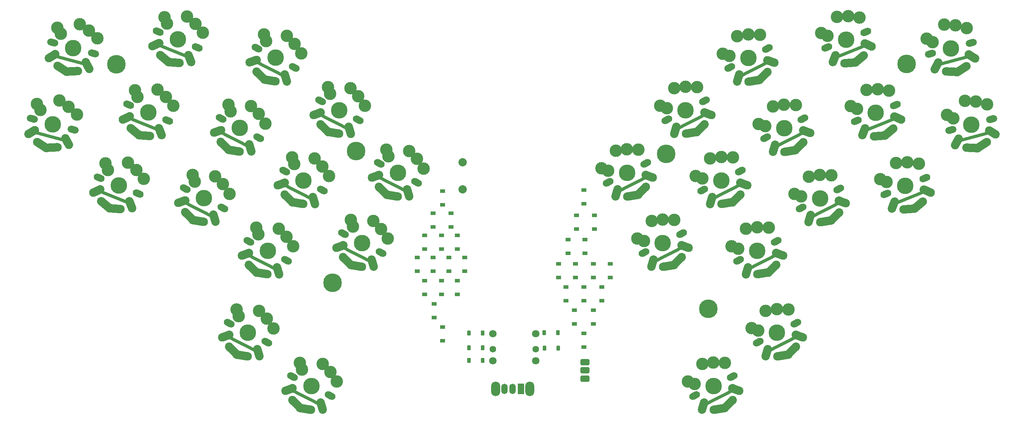
<source format=gbr>
%TF.GenerationSoftware,KiCad,Pcbnew,7.0.2*%
%TF.CreationDate,2024-04-18T14:32:48+02:00*%
%TF.ProjectId,Asfoora,4173666f-6f72-4612-9e6b-696361645f70,rev?*%
%TF.SameCoordinates,Original*%
%TF.FileFunction,Soldermask,Top*%
%TF.FilePolarity,Negative*%
%FSLAX46Y46*%
G04 Gerber Fmt 4.6, Leading zero omitted, Abs format (unit mm)*
G04 Created by KiCad (PCBNEW 7.0.2) date 2024-04-18 14:32:48*
%MOMM*%
%LPD*%
G01*
G04 APERTURE LIST*
G04 Aperture macros list*
%AMRoundRect*
0 Rectangle with rounded corners*
0 $1 Rounding radius*
0 $2 $3 $4 $5 $6 $7 $8 $9 X,Y pos of 4 corners*
0 Add a 4 corners polygon primitive as box body*
4,1,4,$2,$3,$4,$5,$6,$7,$8,$9,$2,$3,0*
0 Add four circle primitives for the rounded corners*
1,1,$1+$1,$2,$3*
1,1,$1+$1,$4,$5*
1,1,$1+$1,$6,$7*
1,1,$1+$1,$8,$9*
0 Add four rect primitives between the rounded corners*
20,1,$1+$1,$2,$3,$4,$5,0*
20,1,$1+$1,$4,$5,$6,$7,0*
20,1,$1+$1,$6,$7,$8,$9,0*
20,1,$1+$1,$8,$9,$2,$3,0*%
%AMHorizOval*
0 Thick line with rounded ends*
0 $1 width*
0 $2 $3 position (X,Y) of the first rounded end (center of the circle)*
0 $4 $5 position (X,Y) of the second rounded end (center of the circle)*
0 Add line between two ends*
20,1,$1,$2,$3,$4,$5,0*
0 Add two circle primitives to create the rounded ends*
1,1,$1,$2,$3*
1,1,$1,$4,$5*%
G04 Aperture macros list end*
%ADD10RoundRect,0.375000X0.750000X-0.375000X0.750000X0.375000X-0.750000X0.375000X-0.750000X-0.375000X0*%
%ADD11HorizOval,2.032000X1.332292X0.067491X-1.332292X-0.067491X0*%
%ADD12C,2.032000*%
%ADD13HorizOval,2.032000X-1.120053X0.724595X1.120053X-0.724595X0*%
%ADD14HorizOval,2.032000X-0.421808X0.776874X0.421808X-0.776874X0*%
%ADD15RoundRect,0.189673X-3.546058X0.753800X3.447877X-1.120219X3.546058X-0.753800X-3.447877X1.120219X0*%
%ADD16HorizOval,2.032000X0.753734X0.461889X-0.753734X-0.461889X0*%
%ADD17HorizOval,1.701800X0.482963X-0.129410X-0.482963X0.129410X0*%
%ADD18C,3.000000*%
%ADD19C,3.987800*%
%ADD20HorizOval,2.032000X0.944925X0.941633X-0.944925X-0.941633X0*%
%ADD21HorizOval,2.032000X-1.317210X-0.210983X1.317210X0.210983X0*%
%ADD22HorizOval,2.032000X-0.833295X0.295085X0.833295X-0.295085X0*%
%ADD23RoundRect,0.189673X-3.139626X-1.812593X3.311844X1.474595X3.139626X1.812593X-3.311844X-1.474595X0*%
%ADD24HorizOval,2.032000X0.251070X0.847597X-0.251070X-0.847597X0*%
%ADD25HorizOval,1.701800X0.445503X0.226995X-0.445503X-0.226995X0*%
%ADD26RoundRect,0.225000X0.225000X0.375000X-0.225000X0.375000X-0.225000X-0.375000X0.225000X-0.375000X0*%
%ADD27R,1.200000X0.900000*%
%ADD28C,4.500000*%
%ADD29HorizOval,2.032000X-1.317210X0.210983X1.317210X-0.210983X0*%
%ADD30HorizOval,2.032000X-0.944925X0.941633X0.944925X-0.941633X0*%
%ADD31HorizOval,2.032000X-0.251070X0.847597X0.251070X-0.847597X0*%
%ADD32RoundRect,0.189673X-3.311844X1.474595X3.139626X-1.812593X3.311844X-1.474595X-3.139626X1.812593X0*%
%ADD33HorizOval,2.032000X0.833295X0.295085X-0.833295X-0.295085X0*%
%ADD34HorizOval,1.701800X0.445503X-0.226995X-0.445503X0.226995X0*%
%ADD35C,2.000000*%
%ADD36HorizOval,2.032000X1.023398X0.855694X-1.023398X-0.855694X0*%
%ADD37HorizOval,2.032000X-1.330586X-0.095378X1.330586X0.095378X0*%
%ADD38HorizOval,2.032000X-0.804406X0.366589X0.804406X-0.366589X0*%
%ADD39RoundRect,0.189673X-3.285656X-1.532059X3.427761X1.180338X3.285656X1.532059X-3.427761X-1.180338X0*%
%ADD40HorizOval,2.032000X0.323987X0.822489X-0.323987X-0.822489X0*%
%ADD41HorizOval,1.701800X0.463592X0.187303X-0.463592X-0.187303X0*%
%ADD42RoundRect,0.225000X-0.225000X-0.375000X0.225000X-0.375000X0.225000X0.375000X-0.225000X0.375000X0*%
%ADD43HorizOval,2.032000X1.120053X0.724595X-1.120053X-0.724595X0*%
%ADD44HorizOval,2.032000X-1.332292X0.067491X1.332292X-0.067491X0*%
%ADD45HorizOval,2.032000X-0.753734X0.461889X0.753734X-0.461889X0*%
%ADD46RoundRect,0.189673X-3.447877X-1.120219X3.546058X0.753800X3.447877X1.120219X-3.546058X-0.753800X0*%
%ADD47HorizOval,2.032000X0.421808X0.776874X-0.421808X-0.776874X0*%
%ADD48HorizOval,1.701800X0.482963X0.129410X-0.482963X-0.129410X0*%
%ADD49HorizOval,2.032000X-1.330586X0.095378X1.330586X-0.095378X0*%
%ADD50HorizOval,2.032000X-1.023398X0.855694X1.023398X-0.855694X0*%
%ADD51HorizOval,2.032000X-0.323987X0.822489X0.323987X-0.822489X0*%
%ADD52RoundRect,0.189673X-3.427761X1.180338X3.285656X-1.532059X3.427761X-1.180338X-3.285656X1.532059X0*%
%ADD53HorizOval,2.032000X0.804406X0.366589X-0.804406X-0.366589X0*%
%ADD54HorizOval,1.701800X0.463592X-0.187303X-0.463592X0.187303X0*%
%ADD55C,1.800000*%
%ADD56C,1.600000*%
%ADD57O,1.500000X2.500000*%
%ADD58R,1.500000X2.500000*%
%ADD59O,2.200000X3.500000*%
G04 APERTURE END LIST*
D10*
%TO.C,PAD1*%
X170398000Y-121840000D03*
X170398000Y-123840000D03*
X170398000Y-125840000D03*
%TD*%
D11*
%TO.C,SW11*%
X42042776Y-70135519D03*
D12*
X40725364Y-70201877D03*
D13*
X39617631Y-69485704D03*
D14*
X45692928Y-68720533D03*
D12*
X45275173Y-67942467D03*
D15*
X41478121Y-67411469D03*
D12*
X37914818Y-65970266D03*
D16*
X37163998Y-66435214D03*
D17*
X47156113Y-65820287D03*
D18*
X48049411Y-62177359D03*
X46017462Y-60255983D03*
D19*
X42252396Y-64502915D03*
D18*
X43792369Y-58755656D03*
X39226433Y-61065934D03*
X38393338Y-59586599D03*
D17*
X37343332Y-63186859D03*
%TD*%
D20*
%TO.C,SW24*%
X220270032Y-119076620D03*
D12*
X219335406Y-120007454D03*
D21*
X218032986Y-120216452D03*
D22*
X222035814Y-115582652D03*
D12*
X221204733Y-115283968D03*
D23*
X218027667Y-117430084D03*
D12*
X214415263Y-118743376D03*
D24*
X214168407Y-119591296D03*
D25*
X221182528Y-112448286D03*
D18*
X219408783Y-109143331D03*
X216613100Y-109075109D03*
D19*
X216656862Y-114750516D03*
D18*
X213955619Y-109449027D03*
X212108344Y-114221105D03*
X210499366Y-113679194D03*
D25*
X212128104Y-117057300D03*
%TD*%
D26*
%TO.C,D35*%
X160598000Y-114740000D03*
X163898000Y-114740000D03*
%TD*%
D27*
%TO.C,D27*%
X170180000Y-103760000D03*
X170180000Y-107060000D03*
%TD*%
D28*
%TO.C,H5*%
X247898000Y-49940000D03*
%TD*%
D27*
%TO.C,D16*%
X136144000Y-113412000D03*
X136144000Y-116712000D03*
%TD*%
D20*
%TO.C,SW20*%
X204997363Y-131934721D03*
D12*
X204062737Y-132865555D03*
D21*
X202760317Y-133074553D03*
D22*
X206763145Y-128440753D03*
D12*
X205932064Y-128142069D03*
D23*
X202754998Y-130288185D03*
D12*
X199142594Y-131601477D03*
D24*
X198895738Y-132449397D03*
D25*
X205909859Y-125306387D03*
D18*
X204136114Y-122001432D03*
X201340431Y-121933210D03*
D19*
X201384193Y-127608617D03*
D18*
X198682950Y-122307128D03*
X196835675Y-127079206D03*
X195226697Y-126537295D03*
D25*
X196855435Y-129915401D03*
%TD*%
D27*
%TO.C,D7*%
X133858000Y-96648000D03*
X133858000Y-99948000D03*
%TD*%
%TO.C,D2*%
X133858000Y-85980000D03*
X133858000Y-89280000D03*
%TD*%
%TO.C,D29*%
X164084000Y-98172000D03*
X164084000Y-101472000D03*
%TD*%
D20*
%TO.C,SW22*%
X206888703Y-82388898D03*
D12*
X205954077Y-83319732D03*
D21*
X204651657Y-83528730D03*
D22*
X208654485Y-78894930D03*
D12*
X207823404Y-78596246D03*
D23*
X204646338Y-80742362D03*
D12*
X201033934Y-82055654D03*
D24*
X200787078Y-82903574D03*
D25*
X207801199Y-75760564D03*
D18*
X206027454Y-72455609D03*
X203231771Y-72387387D03*
D19*
X203275533Y-78062794D03*
D18*
X200574290Y-72761305D03*
X198727015Y-77533383D03*
X197118037Y-76991472D03*
D25*
X198746775Y-80369578D03*
%TD*%
D27*
%TO.C,D21*%
X168402000Y-86488000D03*
X168402000Y-89788000D03*
%TD*%
%TO.C,D20*%
X176530000Y-98172000D03*
X176530000Y-101472000D03*
%TD*%
D29*
%TO.C,SW5*%
X94524097Y-53939365D03*
D12*
X93221677Y-53730367D03*
D30*
X92287052Y-52799533D03*
D31*
X98388677Y-53314209D03*
D12*
X98141820Y-52466289D03*
D32*
X94538144Y-51157443D03*
D12*
X91352350Y-49006881D03*
D33*
X90521269Y-49305565D03*
D34*
X100422883Y-50781553D03*
D18*
X102054067Y-47403959D03*
X100465998Y-45102104D03*
D19*
X95900221Y-48473429D03*
D18*
X98601464Y-43171940D03*
X93654971Y-44482421D03*
X93147652Y-42862203D03*
D34*
X91372055Y-46165480D03*
%TD*%
D27*
%TO.C,D23*%
X172466000Y-98172000D03*
X172466000Y-101472000D03*
%TD*%
D28*
%TO.C,H2*%
X115318960Y-71000607D03*
%TD*%
D29*
%TO.C,SW8*%
X109872214Y-66603986D03*
D12*
X108569794Y-66394988D03*
D30*
X107635169Y-65464154D03*
D31*
X113736794Y-65978830D03*
D12*
X113489937Y-65130910D03*
D32*
X109886261Y-63822064D03*
D12*
X106700467Y-61671502D03*
D33*
X105869386Y-61970186D03*
D34*
X115771000Y-63446174D03*
D18*
X117402184Y-60068580D03*
X115814115Y-57766725D03*
D19*
X111248338Y-61138050D03*
D18*
X113949581Y-55836561D03*
X109003088Y-57147042D03*
X108495769Y-55526824D03*
D34*
X106720172Y-58830101D03*
%TD*%
D35*
%TO.C,SW33*%
X140970000Y-73712000D03*
X140970000Y-80212000D03*
%TD*%
D27*
%TO.C,D13*%
X141478000Y-96648000D03*
X141478000Y-99948000D03*
%TD*%
D36*
%TO.C,SW30*%
X243673101Y-66368189D03*
D12*
X242660904Y-67214023D03*
D37*
X241345225Y-67308711D03*
D38*
X245736682Y-63041415D03*
D12*
X244934796Y-62671434D03*
D39*
X241582774Y-64532483D03*
D12*
X237869655Y-65525936D03*
D40*
X237549837Y-66349115D03*
D41*
X245159822Y-59844608D03*
D18*
X243680873Y-56397637D03*
X240901773Y-56086014D03*
D19*
X240450725Y-61743638D03*
D18*
X238221816Y-56226894D03*
X235965657Y-60819813D03*
X234410032Y-60139733D03*
D41*
X235738150Y-63646938D03*
%TD*%
D29*
%TO.C,SW19*%
X103137734Y-133078933D03*
D12*
X101835314Y-132869935D03*
D30*
X100900689Y-131939101D03*
D31*
X107002314Y-132453777D03*
D12*
X106755457Y-131605857D03*
D32*
X103151781Y-130297011D03*
D12*
X99965987Y-128146449D03*
D33*
X99134906Y-128445133D03*
D34*
X109036520Y-129921121D03*
D18*
X110667704Y-126543527D03*
X109079635Y-124241672D03*
D19*
X104513858Y-127612997D03*
D18*
X107215101Y-122311508D03*
X102268608Y-123621989D03*
X101761289Y-122001771D03*
D34*
X99985692Y-125305048D03*
%TD*%
D27*
%TO.C,D3*%
X131826000Y-91314000D03*
X131826000Y-94614000D03*
%TD*%
D20*
%TO.C,SW25*%
X213400039Y-52874243D03*
D12*
X212465413Y-53805077D03*
D21*
X211162993Y-54014075D03*
D22*
X215165821Y-49380275D03*
D12*
X214334740Y-49081591D03*
D23*
X211157674Y-51227707D03*
D12*
X207545270Y-52540999D03*
D24*
X207298414Y-53388919D03*
D25*
X214312535Y-46245909D03*
D18*
X212538790Y-42940954D03*
X209743107Y-42872732D03*
D19*
X209786869Y-48548139D03*
D18*
X207085626Y-43246650D03*
X205238351Y-48018728D03*
X203629373Y-47476817D03*
D25*
X205258111Y-50854923D03*
%TD*%
D29*
%TO.C,SW6*%
X85898278Y-70868489D03*
D12*
X84595858Y-70659491D03*
D30*
X83661233Y-69728657D03*
D31*
X89762858Y-70243333D03*
D12*
X89516001Y-69395413D03*
D32*
X85912325Y-68086567D03*
D12*
X82726531Y-65936005D03*
D33*
X81895450Y-66234689D03*
D34*
X91797064Y-67710677D03*
D18*
X93428248Y-64333083D03*
X91840179Y-62031228D03*
D19*
X87274402Y-65402553D03*
D18*
X89975645Y-60101064D03*
X85029152Y-61411545D03*
X84521833Y-59791327D03*
D34*
X82746236Y-63094604D03*
%TD*%
D29*
%TO.C,SW10*%
X92620575Y-100462234D03*
D12*
X91318155Y-100253236D03*
D30*
X90383530Y-99322402D03*
D31*
X96485155Y-99837078D03*
D12*
X96238298Y-98989158D03*
D32*
X92634622Y-97680312D03*
D12*
X89448828Y-95529750D03*
D33*
X88617747Y-95828434D03*
D34*
X98519361Y-97304422D03*
D18*
X100150545Y-93926828D03*
X98562476Y-91624973D03*
D19*
X93996699Y-94996298D03*
D18*
X96697942Y-89694809D03*
X91751449Y-91005290D03*
X91244130Y-89385072D03*
D34*
X89468533Y-92688349D03*
%TD*%
D42*
%TO.C,D33*%
X145748000Y-121390000D03*
X142448000Y-121390000D03*
%TD*%
D27*
%TO.C,D24*%
X174498000Y-103760000D03*
X174498000Y-107060000D03*
%TD*%
%TO.C,D9*%
X139700000Y-91314000D03*
X139700000Y-94614000D03*
%TD*%
%TO.C,D18*%
X172720000Y-86488000D03*
X172720000Y-89788000D03*
%TD*%
D43*
%TO.C,SW32*%
X266069894Y-69562703D03*
D12*
X264962161Y-70278877D03*
D44*
X263644749Y-70212518D03*
D45*
X268523526Y-66512213D03*
D12*
X267772706Y-66047265D03*
D46*
X264218864Y-67485934D03*
D12*
X260412352Y-68019467D03*
D47*
X259994597Y-68797533D03*
D48*
X268340558Y-63268933D03*
D18*
X267292713Y-59667417D03*
X264572306Y-59019430D03*
D19*
X263435129Y-64579914D03*
D18*
X261895155Y-58832656D03*
X259096077Y-63116383D03*
X257634928Y-62251789D03*
D48*
X258525727Y-65894709D03*
%TD*%
D20*
%TO.C,SW27*%
X230651678Y-86732491D03*
D12*
X229717052Y-87663325D03*
D21*
X228414632Y-87872323D03*
D22*
X232417460Y-83238523D03*
D12*
X231586379Y-82939839D03*
D23*
X228409313Y-85085955D03*
D12*
X224796909Y-86399247D03*
D24*
X224550053Y-87247167D03*
D25*
X231564174Y-80104157D03*
D18*
X229790429Y-76799202D03*
X226994746Y-76730980D03*
D19*
X227038508Y-82406387D03*
D18*
X224337265Y-77104898D03*
X222489990Y-81876976D03*
X220881012Y-81335065D03*
D25*
X222509750Y-84713171D03*
%TD*%
D27*
%TO.C,D5*%
X138176000Y-85980000D03*
X138176000Y-89280000D03*
%TD*%
%TO.C,D6*%
X135890000Y-91314000D03*
X135890000Y-94614000D03*
%TD*%
D42*
%TO.C,D19*%
X145748000Y-118390000D03*
X142448000Y-118390000D03*
%TD*%
D28*
%TO.C,H3*%
X109598000Y-102690000D03*
%TD*%
D49*
%TO.C,SW14*%
X57224689Y-84849728D03*
D12*
X55909010Y-84755040D03*
D50*
X54896813Y-83909206D03*
D51*
X61020077Y-83890132D03*
D12*
X60700258Y-83066954D03*
D52*
X56996222Y-82077169D03*
D12*
X53635117Y-80212451D03*
D53*
X52833231Y-80582432D03*
D54*
X62825807Y-81189820D03*
D18*
X64156407Y-77682913D03*
X62373761Y-75528226D03*
D19*
X58119189Y-79284655D03*
D18*
X60348098Y-73767911D03*
X55534643Y-75504521D03*
X54888044Y-73934684D03*
D54*
X53407103Y-77380145D03*
%TD*%
D49*
%TO.C,SW2*%
X71459739Y-49616741D03*
D12*
X70144060Y-49522053D03*
D50*
X69131863Y-48676219D03*
D51*
X75255127Y-48657145D03*
D12*
X74935308Y-47833967D03*
D52*
X71231272Y-46844182D03*
D12*
X67870167Y-44979464D03*
D53*
X67068281Y-45349445D03*
D54*
X77060857Y-45956833D03*
D18*
X78391457Y-42449926D03*
X76608811Y-40295239D03*
D19*
X72354239Y-44051668D03*
D18*
X74583148Y-38534924D03*
X69769693Y-40271534D03*
X69123094Y-38701697D03*
D54*
X67642153Y-42147158D03*
%TD*%
D28*
%TO.C,H6*%
X189992000Y-71628000D03*
%TD*%
D29*
%TO.C,SW15*%
X87865065Y-120220832D03*
D12*
X86562645Y-120011834D03*
D30*
X85628020Y-119081000D03*
D31*
X91729645Y-119595676D03*
D12*
X91482788Y-118747756D03*
D32*
X87879112Y-117438910D03*
D12*
X84693318Y-115288348D03*
D33*
X83862237Y-115587032D03*
D34*
X93763851Y-117063020D03*
D18*
X95395035Y-113685426D03*
X93806966Y-111383571D03*
D19*
X89241189Y-114754896D03*
D18*
X91942432Y-109453407D03*
X86995939Y-110763888D03*
X86488620Y-109143670D03*
D34*
X84713023Y-112446947D03*
%TD*%
D27*
%TO.C,D12*%
X134112000Y-107824000D03*
X134112000Y-111124000D03*
%TD*%
%TO.C,D30*%
X165862000Y-103760000D03*
X165862000Y-107060000D03*
%TD*%
%TO.C,D4*%
X130048000Y-96648000D03*
X130048000Y-99948000D03*
%TD*%
%TO.C,D8*%
X131826000Y-102236000D03*
X131826000Y-105536000D03*
%TD*%
%TO.C,D1*%
X136144000Y-80646000D03*
X136144000Y-83946000D03*
%TD*%
D20*
%TO.C,SW18*%
X192772489Y-97479279D03*
D12*
X191837863Y-98410113D03*
D21*
X190535443Y-98619111D03*
D22*
X194538271Y-93985311D03*
D12*
X193707190Y-93686627D03*
D23*
X190530124Y-95832743D03*
D12*
X186917720Y-97146035D03*
D24*
X186670864Y-97993955D03*
D25*
X193684985Y-90850945D03*
D18*
X191911240Y-87545990D03*
X189115557Y-87477768D03*
D19*
X189159319Y-93153175D03*
D18*
X186458076Y-87851686D03*
X184610801Y-92623764D03*
X183001823Y-92081853D03*
D25*
X184630561Y-95459959D03*
%TD*%
D27*
%TO.C,D14*%
X139700000Y-102236000D03*
X139700000Y-105536000D03*
%TD*%
D11*
%TO.C,SW4*%
X46952823Y-51765130D03*
D12*
X45635411Y-51831488D03*
D13*
X44527678Y-51115315D03*
D14*
X50602975Y-50350144D03*
D12*
X50185220Y-49572078D03*
D15*
X46388168Y-49041080D03*
D12*
X42824865Y-47599877D03*
D16*
X42074045Y-48064825D03*
D17*
X52066160Y-47449898D03*
D18*
X52959458Y-43806970D03*
X50927509Y-41885594D03*
D19*
X47162443Y-46132526D03*
D18*
X48702416Y-40385267D03*
X44136480Y-42695545D03*
X43303385Y-41216210D03*
D17*
X42253379Y-44816470D03*
%TD*%
D29*
%TO.C,SW7*%
X77272459Y-87797612D03*
D12*
X75970039Y-87588614D03*
D30*
X75035414Y-86657780D03*
D31*
X81137039Y-87172456D03*
D12*
X80890182Y-86324536D03*
D32*
X77286506Y-85015690D03*
D12*
X74100712Y-82865128D03*
D33*
X73269631Y-83163812D03*
D34*
X83171245Y-84639800D03*
D18*
X84802429Y-81262206D03*
X83214360Y-78960351D03*
D19*
X78648583Y-82331676D03*
D18*
X81349826Y-77030187D03*
X76403333Y-78340668D03*
X75896014Y-76720450D03*
D34*
X74120417Y-80023727D03*
%TD*%
D36*
%TO.C,SW29*%
X236555576Y-48751695D03*
D12*
X235543379Y-49597529D03*
D37*
X234227700Y-49692217D03*
D38*
X238619157Y-45424921D03*
D12*
X237817271Y-45054940D03*
D39*
X234465249Y-46915989D03*
D12*
X230752130Y-47909442D03*
D40*
X230432312Y-48732621D03*
D41*
X238042297Y-42228114D03*
D18*
X236563348Y-38781143D03*
X233784248Y-38469520D03*
D19*
X233333200Y-44127144D03*
D18*
X231104291Y-38610400D03*
X228848132Y-43203319D03*
X227292507Y-42523239D03*
D41*
X228620625Y-46030444D03*
%TD*%
D42*
%TO.C,D15*%
X145748000Y-114840000D03*
X142448000Y-114840000D03*
%TD*%
D29*
%TO.C,SW9*%
X101246394Y-83533110D03*
D12*
X99943974Y-83324112D03*
D30*
X99009349Y-82393278D03*
D31*
X105110974Y-82907954D03*
D12*
X104864117Y-82060034D03*
D32*
X101260441Y-80751188D03*
D12*
X98074647Y-78600626D03*
D33*
X97243566Y-78899310D03*
D34*
X107145180Y-80375298D03*
D18*
X108776364Y-76997704D03*
X107188295Y-74695849D03*
D19*
X102622518Y-78067174D03*
D18*
X105323761Y-72765685D03*
X100377268Y-74076166D03*
X99869949Y-72455948D03*
D34*
X98094352Y-75759225D03*
%TD*%
D29*
%TO.C,SW12*%
X123988428Y-81694367D03*
D12*
X122686008Y-81485369D03*
D30*
X121751383Y-80554535D03*
D31*
X127853008Y-81069211D03*
D12*
X127606151Y-80221291D03*
D32*
X124002475Y-78912445D03*
D12*
X120816681Y-76761883D03*
D33*
X119985600Y-77060567D03*
D34*
X129887214Y-78536555D03*
D18*
X131518398Y-75158961D03*
X129930329Y-72857106D03*
D19*
X125364552Y-76228431D03*
D18*
X128065795Y-70926942D03*
X123119302Y-72237423D03*
X122611983Y-70617205D03*
D34*
X120836386Y-73920482D03*
%TD*%
D27*
%TO.C,D17*%
X170180000Y-80392000D03*
X170180000Y-83692000D03*
%TD*%
%TO.C,D10*%
X137668000Y-96648000D03*
X137668000Y-99948000D03*
%TD*%
%TO.C,D31*%
X167894000Y-109348000D03*
X167894000Y-112648000D03*
%TD*%
%TO.C,D11*%
X135890000Y-102236000D03*
X135890000Y-105536000D03*
%TD*%
%TO.C,D32*%
X170180000Y-114936000D03*
X170180000Y-118236000D03*
%TD*%
D55*
%TO.C,HAT1*%
X158548000Y-114990000D03*
D56*
X158548000Y-118690000D03*
D55*
X158548000Y-121490000D03*
X148248000Y-121490000D03*
D56*
X148248000Y-118690000D03*
D55*
X148248000Y-114990000D03*
%TD*%
D27*
%TO.C,D22*%
X170434000Y-92330000D03*
X170434000Y-95630000D03*
%TD*%
%TO.C,D26*%
X168148000Y-98172000D03*
X168148000Y-101472000D03*
%TD*%
D28*
%TO.C,H1*%
X57567383Y-50087604D03*
%TD*%
D20*
%TO.C,SW17*%
X184146669Y-80550155D03*
D12*
X183212043Y-81480989D03*
D21*
X181909623Y-81689987D03*
D22*
X185912451Y-77056187D03*
D12*
X185081370Y-76757503D03*
D23*
X181904304Y-78903619D03*
D12*
X178291900Y-80216911D03*
D24*
X178045044Y-81064831D03*
D25*
X185059165Y-73921821D03*
D18*
X183285420Y-70616866D03*
X180489737Y-70548644D03*
D19*
X180533499Y-76224051D03*
D18*
X177832256Y-70922562D03*
X175984981Y-75694640D03*
X174376003Y-75152729D03*
D25*
X176004741Y-78530835D03*
%TD*%
D20*
%TO.C,SW21*%
X198262883Y-65459774D03*
D12*
X197328257Y-66390608D03*
D21*
X196025837Y-66599606D03*
D22*
X200028665Y-61965806D03*
D12*
X199197584Y-61667122D03*
D23*
X196020518Y-63813238D03*
D12*
X192408114Y-65126530D03*
D24*
X192161258Y-65974450D03*
D25*
X199175379Y-58831440D03*
D18*
X197401634Y-55526485D03*
X194605951Y-55458263D03*
D19*
X194649713Y-61133670D03*
D18*
X191948470Y-55832181D03*
X190101195Y-60604259D03*
X188492217Y-60062348D03*
D25*
X190120955Y-63440454D03*
%TD*%
D28*
%TO.C,H4*%
X200152000Y-108966000D03*
%TD*%
D27*
%TO.C,D25*%
X166370000Y-92330000D03*
X166370000Y-95630000D03*
%TD*%
D43*
%TO.C,SW31*%
X261146071Y-51206827D03*
D12*
X260038338Y-51923001D03*
D44*
X258720926Y-51856642D03*
D45*
X263599703Y-48156337D03*
D12*
X262848883Y-47691389D03*
D46*
X259295041Y-49130058D03*
D12*
X255488529Y-49663591D03*
D47*
X255070774Y-50441657D03*
D48*
X263416735Y-44913057D03*
D18*
X262368890Y-41311541D03*
X259648483Y-40663554D03*
D19*
X258511306Y-46224038D03*
D18*
X256971332Y-40476780D03*
X254172254Y-44760507D03*
X252711105Y-43895913D03*
D48*
X253601904Y-47538833D03*
%TD*%
D20*
%TO.C,SW26*%
X222025858Y-69803367D03*
D12*
X221091232Y-70734201D03*
D21*
X219788812Y-70943199D03*
D22*
X223791640Y-66309399D03*
D12*
X222960559Y-66010715D03*
D23*
X219783493Y-68156831D03*
D12*
X216171089Y-69470123D03*
D24*
X215924233Y-70318043D03*
D25*
X222938354Y-63175033D03*
D18*
X221164609Y-59870078D03*
X218368926Y-59801856D03*
D19*
X218412688Y-65477263D03*
D18*
X215711445Y-60175774D03*
X213864170Y-64947852D03*
X212255192Y-64405941D03*
D25*
X213883930Y-67784047D03*
%TD*%
D36*
%TO.C,SW28*%
X250790626Y-83984682D03*
D12*
X249778429Y-84830516D03*
D37*
X248462750Y-84925204D03*
D38*
X252854207Y-80657908D03*
D12*
X252052321Y-80287927D03*
D39*
X248700299Y-82148976D03*
D12*
X244987180Y-83142429D03*
D40*
X244667362Y-83965608D03*
D41*
X252277347Y-77461101D03*
D18*
X250798398Y-74014130D03*
X248019298Y-73702507D03*
D19*
X247568250Y-79360131D03*
D18*
X245339341Y-73843387D03*
X243083182Y-78436306D03*
X241527557Y-77756226D03*
D41*
X242855675Y-81263431D03*
%TD*%
D49*
%TO.C,SW3*%
X64342504Y-67233641D03*
D12*
X63026825Y-67138953D03*
D50*
X62014628Y-66293119D03*
D51*
X68137892Y-66274045D03*
D12*
X67818073Y-65450867D03*
D52*
X64114037Y-64461082D03*
D12*
X60752932Y-62596364D03*
D53*
X59951046Y-62966345D03*
D54*
X69943622Y-63573733D03*
D18*
X71274222Y-60066826D03*
X69491576Y-57912139D03*
D19*
X65237004Y-61668568D03*
D18*
X67465913Y-56151824D03*
X62652458Y-57888434D03*
X62005859Y-56318597D03*
D54*
X60524918Y-59764058D03*
%TD*%
D26*
%TO.C,D34*%
X160648000Y-118440000D03*
X163948000Y-118440000D03*
%TD*%
D20*
%TO.C,SW23*%
X215514522Y-99318022D03*
D12*
X214579896Y-100248856D03*
D21*
X213277476Y-100457854D03*
D22*
X217280304Y-95824054D03*
D12*
X216449223Y-95525370D03*
D23*
X213272157Y-97671486D03*
D12*
X209659753Y-98984778D03*
D24*
X209412897Y-99832698D03*
D25*
X216427018Y-92689688D03*
D18*
X214653273Y-89384733D03*
X211857590Y-89316511D03*
D19*
X211901352Y-94991918D03*
D18*
X209200109Y-89690429D03*
X207352834Y-94462507D03*
X205743856Y-93920596D03*
D25*
X207372594Y-97298702D03*
%TD*%
D29*
%TO.C,SW13*%
X115362608Y-98623491D03*
D12*
X114060188Y-98414493D03*
D30*
X113125563Y-97483659D03*
D31*
X119227188Y-97998335D03*
D12*
X118980331Y-97150415D03*
D32*
X115376655Y-95841569D03*
D12*
X112190861Y-93691007D03*
D33*
X111359780Y-93989691D03*
D34*
X121261394Y-95465679D03*
D18*
X122892578Y-92088085D03*
X121304509Y-89786230D03*
D19*
X116738732Y-93157555D03*
D18*
X119439975Y-87856066D03*
X114493482Y-89166547D03*
X113986163Y-87546329D03*
D34*
X112210566Y-90849606D03*
%TD*%
D27*
%TO.C,D28*%
X172466000Y-109348000D03*
X172466000Y-112648000D03*
%TD*%
D57*
%TO.C,SW34*%
X150998000Y-128290000D03*
X152998000Y-128290000D03*
D58*
X154998000Y-128290000D03*
D59*
X148898000Y-128290000D03*
X157098000Y-128290000D03*
%TD*%
M02*

</source>
